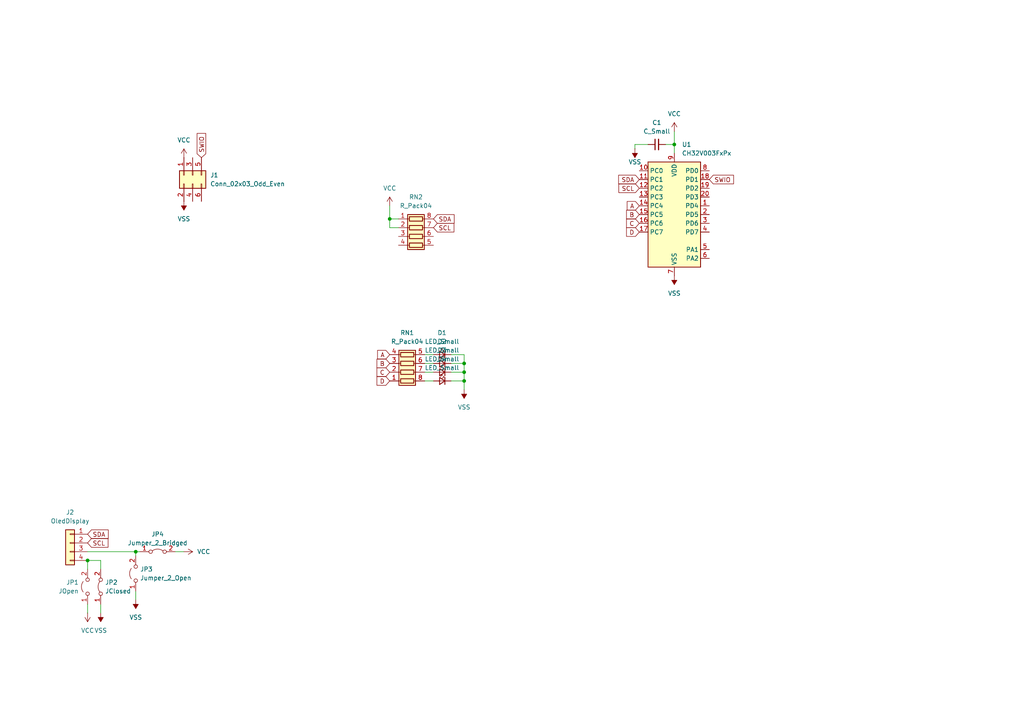
<source format=kicad_sch>
(kicad_sch (version 20231120) (generator "eeschema") (generator_version "8.0")
  (paper "A4")
  (lib_symbols
    (symbol "Connector_Generic:Conn_01x04" (pin_names (offset 1.016) hide)
      (property "Reference" "J" (at 0 5.08 0))
      (property "Value" "Conn_01x04" (at 0 -7.62 0))
      (symbol "Conn_01x04_1_1"
        (rectangle (start -1.27 -4.953) (end 0 -5.207) (stroke (width 0.1524)))
        (rectangle (start -1.27 -2.413) (end 0 -2.667) (stroke (width 0.1524)))
        (rectangle (start -1.27 0.127) (end 0 -0.127) (stroke (width 0.1524)))
        (rectangle (start -1.27 2.667) (end 0 2.413) (stroke (width 0.1524)))
        (rectangle (start -1.27 3.81) (end 1.27 -6.35) (stroke (width 0.254)) (fill (type background)))
        (pin passive line (at -5.08 2.54 0) (length 3.81) (name "Pin_1") (number "1"))
        (pin passive line (at -5.08 0 0) (length 3.81) (name "Pin_2") (number "2"))
        (pin passive line (at -5.08 -2.54 0) (length 3.81) (name "Pin_3") (number "3"))
        (pin passive line (at -5.08 -5.08 0) (length 3.81) (name "Pin_4") (number "4"))
      )
    )
    (symbol "Connector_Generic:Conn_02x03_Odd_Even" (pin_names (offset 1.016) hide)
      (property "Reference" "J" (at 1.27 5.08 0))
      (property "Value" "Conn_02x03_Odd_Even" (at 1.27 -5.08 0))
      (symbol "Conn_02x03_Odd_Even_1_1"
        (rectangle (start -1.27 -2.413) (end 0 -2.667) (stroke (width 0.1524)))
        (rectangle (start -1.27 0.127) (end 0 -0.127) (stroke (width 0.1524)))
        (rectangle (start -1.27 2.667) (end 0 2.413) (stroke (width 0.1524)))
        (rectangle (start -1.27 3.81) (end 3.81 -3.81) (stroke (width 0.254)) (fill (type background)))
        (rectangle (start 3.81 -2.413) (end 2.54 -2.667) (stroke (width 0.1524)))
        (rectangle (start 3.81 0.127) (end 2.54 -0.127) (stroke (width 0.1524)))
        (rectangle (start 3.81 2.667) (end 2.54 2.413) (stroke (width 0.1524)))
        (pin passive line (at -5.08 2.54 0) (length 3.81) (name "Pin_1") (number "1"))
        (pin passive line (at 7.62 2.54 180) (length 3.81) (name "Pin_2") (number "2"))
        (pin passive line (at -5.08 0 0) (length 3.81) (name "Pin_3") (number "3"))
        (pin passive line (at 7.62 0 180) (length 3.81) (name "Pin_4") (number "4"))
        (pin passive line (at -5.08 -2.54 0) (length 3.81) (name "Pin_5") (number "5"))
        (pin passive line (at 7.62 -2.54 180) (length 3.81) (name "Pin_6") (number "6"))
      )
    )
    (symbol "Device:C_Small" (pin_numbers hide) (pin_names (offset 0.254) hide)
      (property "Reference" "C" (at 0.254 1.778 0))
      (property "Value" "C_Small" (at 0.254 -2.032 0))
      (symbol "C_Small_0_1"
        (polyline (pts (xy -1.524 -0.508) (xy 1.524 -0.508)) (stroke (width 0.3302)))
        (polyline (pts (xy -1.524 0.508) (xy 1.524 0.508)) (stroke (width 0.3048)))
      )
      (symbol "C_Small_1_1"
        (pin passive line (at 0 2.54 270) (length 2.032) (name "~") (number "1"))
        (pin passive line (at 0 -2.54 90) (length 2.032) (name "~") (number "2"))
      )
    )
    (symbol "Device:LED_Small" (pin_numbers hide) (pin_names (offset 0.254) hide)
      (property "Reference" "D" (at -1.27 3.175 0))
      (property "Value" "LED_Small" (at -4.445 -2.54 0))
      (symbol "LED_Small_0_1"
        (polyline (pts (xy -0.762 -1.016) (xy -0.762 1.016)) (stroke (width 0.254)))
        (polyline (pts (xy 1.016 0) (xy -0.762 0)))
        (polyline (pts (xy 0.762 -1.016) (xy -0.762 0) (xy 0.762 1.016) (xy 0.762 -1.016)) (stroke (width 0.254)))
        (polyline (pts (xy 0 0.762) (xy -0.508 1.27) (xy -0.254 1.27) (xy -0.508 1.27) (xy -0.508 1.016)))
        (polyline (pts (xy 0.508 1.27) (xy 0 1.778) (xy 0.254 1.778) (xy 0 1.778) (xy 0 1.524)))
      )
      (symbol "LED_Small_1_1"
        (pin passive line (at -2.54 0 0) (length 1.778) (name "K") (number "1"))
        (pin passive line (at 2.54 0 180) (length 1.778) (name "A") (number "2"))
      )
    )
    (symbol "Device:R_Pack04" (pin_names (offset 0) hide)
      (property "Reference" "RN" (at -7.62 0 90))
      (property "Value" "R_Pack04" (at 5.08 0 90))
      (symbol "R_Pack04_0_1"
        (rectangle (start -6.35 -2.413) (end 3.81 2.413) (stroke (width 0.254)) (fill (type background)))
        (rectangle (start -5.715 1.905) (end -4.445 -1.905) (stroke (width 0.254)))
        (rectangle (start -3.175 1.905) (end -1.905 -1.905) (stroke (width 0.254)))
        (rectangle (start -0.635 1.905) (end 0.635 -1.905) (stroke (width 0.254)))
        (polyline (pts (xy -5.08 -2.54) (xy -5.08 -1.905)))
        (polyline (pts (xy -5.08 1.905) (xy -5.08 2.54)))
        (polyline (pts (xy -2.54 -2.54) (xy -2.54 -1.905)))
        (polyline (pts (xy -2.54 1.905) (xy -2.54 2.54)))
        (polyline (pts (xy 0 -2.54) (xy 0 -1.905)))
        (polyline (pts (xy 0 1.905) (xy 0 2.54)))
        (polyline (pts (xy 2.54 -2.54) (xy 2.54 -1.905)))
        (polyline (pts (xy 2.54 1.905) (xy 2.54 2.54)))
        (rectangle (start 1.905 1.905) (end 3.175 -1.905) (stroke (width 0.254)))
      )
      (symbol "R_Pack04_1_1"
        (pin passive line (at -5.08 -5.08 90) (length 2.54) (name "R1.1") (number "1"))
        (pin passive line (at -2.54 -5.08 90) (length 2.54) (name "R2.1") (number "2"))
        (pin passive line (at 0 -5.08 90) (length 2.54) (name "R3.1") (number "3"))
        (pin passive line (at 2.54 -5.08 90) (length 2.54) (name "R4.1") (number "4"))
        (pin passive line (at 2.54 5.08 270) (length 2.54) (name "R4.2") (number "5"))
        (pin passive line (at 0 5.08 270) (length 2.54) (name "R3.2") (number "6"))
        (pin passive line (at -2.54 5.08 270) (length 2.54) (name "R2.2") (number "7"))
        (pin passive line (at -5.08 5.08 270) (length 2.54) (name "R1.2") (number "8"))
      )
    )
    (symbol "Jumper:Jumper_2_Bridged" (pin_names (offset 0) hide)
      (property "Reference" "JP" (at 0 1.905 0))
      (property "Value" "Jumper_2_Bridged" (at 0 -2.54 0))
      (symbol "Jumper_2_Bridged_0_0"
        (circle (center -2.032 0) (radius 0.508))
        (circle (center 2.032 0) (radius 0.508))
      )
      (symbol "Jumper_2_Bridged_0_1"
        (arc (start 1.524 0.254) (mid 0 0.762) (end -1.524 0.254))
      )
      (symbol "Jumper_2_Bridged_1_1"
        (pin passive line (at -5.08 0 0) (length 2.54) (name "A") (number "1"))
        (pin passive line (at 5.08 0 180) (length 2.54) (name "B") (number "2"))
      )
    )
    (symbol "Jumper:Jumper_2_Open" (pin_names (offset 0) hide)
      (property "Reference" "JP" (at 0 2.794 0))
      (property "Value" "Jumper_2_Open" (at 0 -2.286 0))
      (symbol "Jumper_2_Open_0_0"
        (circle (center -2.032 0) (radius 0.508))
        (circle (center 2.032 0) (radius 0.508))
      )
      (symbol "Jumper_2_Open_0_1"
        (arc (start 1.524 1.27) (mid 0 1.778) (end -1.524 1.27))
      )
      (symbol "Jumper_2_Open_1_1"
        (pin passive line (at -5.08 0 0) (length 2.54) (name "A") (number "1"))
        (pin passive line (at 5.08 0 180) (length 2.54) (name "B") (number "2"))
      )
    )
    (symbol "MCU_WCH_CH32V0:CH32V003FxPx"
      (property "Reference" "U" (at -7.62 17.78 0))
      (property "Value" "CH32V003FxPx" (at 7.62 17.78 0))
      (symbol "CH32V003FxPx_1_1"
        (rectangle (start -7.62 15.24) (end 7.62 -15.24) (stroke (width 0.254)) (fill (type background)))
        (pin bidirectional line (at 10.16 2.54 180) (length 2.54) (name "PD4") (number "1"))
        (pin bidirectional line (at -10.16 12.7 0) (length 2.54) (name "PC0") (number "10"))
        (pin bidirectional line (at -10.16 10.16 0) (length 2.54) (name "PC1") (number "11"))
        (pin bidirectional line (at -10.16 7.62 0) (length 2.54) (name "PC2") (number "12"))
        (pin bidirectional line (at -10.16 5.08 0) (length 2.54) (name "PC3") (number "13"))
        (pin bidirectional line (at -10.16 2.54 0) (length 2.54) (name "PC4") (number "14"))
        (pin bidirectional line (at -10.16 0 0) (length 2.54) (name "PC5") (number "15"))
        (pin bidirectional line (at -10.16 -2.54 0) (length 2.54) (name "PC6") (number "16"))
        (pin bidirectional line (at -10.16 -5.08 0) (length 2.54) (name "PC7") (number "17"))
        (pin bidirectional line (at 10.16 10.16 180) (length 2.54) (name "PD1") (number "18"))
        (pin bidirectional line (at 10.16 7.62 180) (length 2.54) (name "PD2") (number "19"))
        (pin bidirectional line (at 10.16 0 180) (length 2.54) (name "PD5") (number "2"))
        (pin bidirectional line (at 10.16 5.08 180) (length 2.54) (name "PD3") (number "20"))
        (pin bidirectional line (at 10.16 -2.54 180) (length 2.54) (name "PD6") (number "3"))
        (pin bidirectional line (at 10.16 -5.08 180) (length 2.54) (name "PD7") (number "4"))
        (pin bidirectional line (at 10.16 -10.16 180) (length 2.54) (name "PA1") (number "5"))
        (pin bidirectional line (at 10.16 -12.7 180) (length 2.54) (name "PA2") (number "6"))
        (pin power_in line (at 0 -17.78 90) (length 2.54) (name "VSS") (number "7"))
        (pin bidirectional line (at 10.16 12.7 180) (length 2.54) (name "PD0") (number "8"))
        (pin power_in line (at 0 17.78 270) (length 2.54) (name "VDD") (number "9"))
      )
    )
    (symbol "power:VCC" (power) (pin_numbers hide) (pin_names (offset 0) hide)
      (property "Value" "VCC" (at 0 3.556 0))
      (symbol "VCC_0_1"
        (polyline (pts (xy -0.762 1.27) (xy 0 2.54)))
        (polyline (pts (xy 0 0) (xy 0 2.54)))
        (polyline (pts (xy 0 2.54) (xy 0.762 1.27)))
      )
      (symbol "VCC_1_1"
        (pin power_in line (at 0 0 90) (length 0) (name "~") (number "1"))
      )
    )
    (symbol "power:VSS" (power) (pin_numbers hide) (pin_names (offset 0) hide)
      (property "Value" "VSS" (at 0 3.556 0))
      (symbol "VSS_0_1"
        (polyline (pts (xy 0 0) (xy 0 2.54)))
        (polyline (pts (xy 0.762 1.27) (xy -0.762 1.27) (xy 0 2.54) (xy 0.762 1.27)) (fill (type outline)))
      )
      (symbol "VSS_1_1"
        (pin power_in line (at 0 0 90) (length 0) (name "~") (number "1"))
      )
    )
  )
  (junction (at 134.62 105.41))
  (junction (at 195.58 41.91))
  (junction (at 25.4 162.56))
  (junction (at 134.62 107.95))
  (junction (at 39.37 160.02))
  (junction (at 113.03 63.5))
  (junction (at 134.62 110.49))
  (wire (pts (xy 130.81 110.49) (xy 134.62 110.49)))
  (wire (pts (xy 29.21 175.26) (xy 29.21 177.8)))
  (wire (pts (xy 184.15 43.18) (xy 184.15 41.91)))
  (wire (pts (xy 115.57 66.04) (xy 113.03 66.04)))
  (wire (pts (xy 134.62 110.49) (xy 134.62 107.95)))
  (wire (pts (xy 113.03 59.69) (xy 113.03 63.5)))
  (wire (pts (xy 184.15 41.91) (xy 187.96 41.91)))
  (wire (pts (xy 195.58 41.91) (xy 195.58 44.45)))
  (wire (pts (xy 25.4 175.26) (xy 25.4 177.8)))
  (wire (pts (xy 39.37 160.02) (xy 39.37 161.29)))
  (wire (pts (xy 25.4 162.56) (xy 25.4 165.1)))
  (wire (pts (xy 50.8 160.02) (xy 53.34 160.02)))
  (wire (pts (xy 39.37 171.45) (xy 39.37 173.99)))
  (wire (pts (xy 29.21 162.56) (xy 25.4 162.56)))
  (wire (pts (xy 130.81 107.95) (xy 134.62 107.95)))
  (wire (pts (xy 29.21 165.1) (xy 29.21 162.56)))
  (wire (pts (xy 123.19 107.95) (xy 125.73 107.95)))
  (wire (pts (xy 134.62 107.95) (xy 134.62 105.41)))
  (wire (pts (xy 195.58 38.1) (xy 195.58 41.91)))
  (wire (pts (xy 123.19 102.87) (xy 125.73 102.87)))
  (wire (pts (xy 123.19 110.49) (xy 125.73 110.49)))
  (wire (pts (xy 25.4 160.02) (xy 39.37 160.02)))
  (wire (pts (xy 113.03 63.5) (xy 113.03 66.04)))
  (wire (pts (xy 130.81 105.41) (xy 134.62 105.41)))
  (wire (pts (xy 113.03 63.5) (xy 115.57 63.5)))
  (wire (pts (xy 39.37 160.02) (xy 40.64 160.02)))
  (wire (pts (xy 193.04 41.91) (xy 195.58 41.91)))
  (wire (pts (xy 123.19 105.41) (xy 125.73 105.41)))
  (wire (pts (xy 134.62 105.41) (xy 134.62 102.87)))
  (wire (pts (xy 134.62 102.87) (xy 130.81 102.87)))
  (wire (pts (xy 134.62 113.03) (xy 134.62 110.49)))
  (global_label "SWIO" (shape input) (at 205.74 52.07 0) (property "Intersheetrefs" "${INTERSHEET_REFS}" (effects (hide yes))))
  (global_label "SDA" (shape input) (at 125.73 63.5 0) (property "Intersheetrefs" "${INTERSHEET_REFS}" (effects (hide yes))))
  (global_label "SCL" (shape input) (at 125.73 66.04 0) (property "Intersheetrefs" "${INTERSHEET_REFS}" (effects (hide yes))))
  (global_label "SDA" (shape input) (at 25.4 154.94 0) (property "Intersheetrefs" "${INTERSHEET_REFS}" (effects (hide yes))))
  (global_label "D" (shape input) (at 185.42 67.31 180) (property "Intersheetrefs" "${INTERSHEET_REFS}" (effects (hide yes))))
  (global_label "SCL" (shape input) (at 25.4 157.48 0) (property "Intersheetrefs" "${INTERSHEET_REFS}" (effects (hide yes))))
  (global_label "D" (shape input) (at 113.03 110.49 180) (property "Intersheetrefs" "${INTERSHEET_REFS}" (effects (hide yes))))
  (global_label "C" (shape input) (at 113.03 107.95 180) (property "Intersheetrefs" "${INTERSHEET_REFS}" (effects (hide yes))))
  (global_label "SCL" (shape input) (at 185.42 54.61 180) (property "Intersheetrefs" "${INTERSHEET_REFS}" (effects (hide yes))))
  (global_label "SDA" (shape input) (at 185.42 52.07 180) (property "Intersheetrefs" "${INTERSHEET_REFS}" (effects (hide yes))))
  (global_label "SWIO" (shape input) (at 58.42 45.72 90) (property "Intersheetrefs" "${INTERSHEET_REFS}" (effects (hide yes))))
  (global_label "B" (shape input) (at 185.42 62.23 180) (property "Intersheetrefs" "${INTERSHEET_REFS}" (effects (hide yes))))
  (global_label "A" (shape input) (at 113.03 102.87 180) (property "Intersheetrefs" "${INTERSHEET_REFS}" (effects (hide yes))))
  (global_label "A" (shape input) (at 185.42 59.69 180) (property "Intersheetrefs" "${INTERSHEET_REFS}" (effects (hide yes))))
  (global_label "C" (shape input) (at 185.42 64.77 180) (property "Intersheetrefs" "${INTERSHEET_REFS}" (effects (hide yes))))
  (global_label "B" (shape input) (at 113.03 105.41 180) (property "Intersheetrefs" "${INTERSHEET_REFS}" (effects (hide yes))))
  (symbol (lib_id "power:VSS") (at 195.58 80.01 180) (unit 1)
    (property "Reference" "#PWR03" (effects (hide yes)))
    (property "Value" "VSS" (at 195.58 85.09 0))
    (property "Description" "Power symbol creates a global label with name \"VSS\"" (effects (hide yes)))
  )
  (symbol (lib_id "power:VCC") (at 113.03 59.69 0) (unit 1)
    (property "Reference" "#PWR011" (effects (hide yes)))
    (property "Value" "VCC" (at 113.03 54.61 0))
    (property "Description" "Power symbol creates a global label with name \"VCC\"" (effects (hide yes)))
  )
  (symbol (lib_id "power:VSS") (at 39.37 173.99 180) (unit 1)
    (property "Reference" "#PWR09" (effects (hide yes)))
    (property "Value" "VSS" (at 39.37 179.07 0))
  )
  (symbol (lib_id "power:VCC") (at 195.58 38.1 0) (unit 1)
    (property "Reference" "#PWR05" (effects (hide yes)))
    (property "Value" "VCC" (at 195.58 33.02 0))
    (property "Description" "Power symbol creates a global label with name \"VCC\"" (effects (hide yes)))
  )
  (symbol (lib_id "Jumper:Jumper_2_Open") (at 25.4 170.18 90) (unit 1)
    (property "Reference" "JP1" (at 22.86 168.91 90) (effects (justify left)))
    (property "Value" "JOpen" (at 22.86 171.45 90) (effects (justify left)))
    (property "Footprint" "Jumper:SolderJumper-2_P1.3mm_Open_TrianglePad1.0x1.5mm" (effects (hide yes)))
  )
  (symbol (lib_id "Jumper:Jumper_2_Bridged") (at 29.21 170.18 90) (unit 1)
    (property "Reference" "JP2" (at 30.48 168.91 90) (effects (justify right)))
    (property "Value" "JClosed" (at 30.48 171.45 90) (effects (justify right)))
    (property "Footprint" "Jumper:SolderJumper-2_P1.3mm_Bridged_Pad1.0x1.5mm" (effects (hide yes)))
  )
  (symbol (lib_id "Connector_Generic:Conn_02x03_Odd_Even") (at 55.88 50.8 90) (mirror x) (unit 1)
    (property "Reference" "J1" (at 60.96 50.7999 90) (effects (justify right)))
    (property "Value" "Conn_02x03_Odd_Even" (at 60.96 53.3399 90) (effects (justify right)))
    (property "Footprint" "Connector_PinHeader_2.54mm:PinHeader_2x03_P2.54mm_Vertical_SMD" (effects (hide yes)))
    (property "Description" "Generic connector, double row, 02x03, odd/even pin numbering scheme (row 1 odd numbers, row 2 even numbers), script generated (kicad-library-utils/schlib/autogen/connector/)" (effects (hide yes)))
  )
  (symbol (lib_id "Device:R_Pack04") (at 120.65 68.58 270) (unit 1)
    (property "Reference" "RN2" (at 120.65 57.15 90))
    (property "Value" "R_Pack04" (at 120.65 59.69 90))
    (property "Footprint" "Resistor_SMD:R_Array_Convex_4x0603" (effects (hide yes)))
    (property "Description" "4 resistor network, parallel topology" (effects (hide yes)))
  )
  (symbol (lib_id "Jumper:Jumper_2_Bridged") (at 45.72 160.02 0) (unit 1)
    (property "Reference" "JP4" (at 45.72 154.94 0))
    (property "Value" "Jumper_2_Bridged" (at 45.72 157.48 0))
    (property "Footprint" "Jumper:SolderJumper-2_P1.3mm_Bridged_Pad1.0x1.5mm" (effects (hide yes)))
  )
  (symbol (lib_id "Device:LED_Small") (at 128.27 110.49 0) (mirror y) (unit 1)
    (property "Reference" "D4" (at 128.2065 104.14 0))
    (property "Value" "LED_Small" (at 128.2065 106.68 0))
    (property "Footprint" "UE_LED:156120VS75000-ReverseCircle" (effects (hide yes)))
    (property "Description" "Light emitting diode, small symbol" (effects (hide yes)))
  )
  (symbol (lib_id "Connector_Generic:Conn_01x04") (at 20.32 157.48 0) (mirror y) (unit 1)
    (property "Reference" "J2" (at 20.32 148.59 0))
    (property "Value" "OledDisplay" (at 20.32 151.13 0))
    (property "Footprint" "Connector_PinHeader_2.54mm:PinHeader_1x04_P2.54mm_Vertical" (effects (hide yes)))
  )
  (symbol (lib_id "MCU_WCH_CH32V0:CH32V003FxPx") (at 195.58 62.23 0) (unit 1)
    (property "Reference" "U1" (at 197.7741 41.91 0) (effects (justify left)))
    (property "Value" "CH32V003FxPx" (at 197.7741 44.45 0) (effects (justify left)))
    (property "Footprint" "Package_SO:TSSOP-20_4.4x6.5mm_P0.65mm" (effects (hide yes)))
    (property "Datasheet" "https://www.wch-ic.com/products/CH32V003.html" (effects (hide yes)))
    (property "Description" "CH32V003 series are industrial-grade general-purpose microcontrollers designed based on 32-bit RISC-V instruction set and architecture. It adopts QingKe V2A core, RV32EC instruction set, and supports 2 levels of interrupt nesting. The series are mounted with rich peripheral interfaces and function modules. Its internal organizational structure meets the low-cost and low-power embedded application scenarios." (effects (hide yes)))
  )
  (symbol (lib_id "Device:LED_Small") (at 128.27 107.95 0) (mirror y) (unit 1)
    (property "Reference" "D3" (at 128.2065 101.6 0))
    (property "Value" "LED_Small" (at 128.2065 104.14 0))
    (property "Footprint" "UE_LED:156120VS75000-ReverseCircle" (effects (hide yes)))
    (property "Description" "Light emitting diode, small symbol" (effects (hide yes)))
  )
  (symbol (lib_id "Device:R_Pack04") (at 118.11 105.41 270) (mirror x) (unit 1)
    (property "Reference" "RN1" (at 118.11 96.52 90))
    (property "Value" "R_Pack04" (at 118.11 99.06 90))
    (property "Footprint" "Resistor_SMD:R_Array_Convex_4x0603" (effects (hide yes)))
    (property "Description" "4 resistor network, parallel topology" (effects (hide yes)))
  )
  (symbol (lib_id "Device:C_Small") (at 190.5 41.91 90) (unit 1)
    (property "Reference" "C1" (at 190.5063 35.56 90))
    (property "Value" "C_Small" (at 190.5063 38.1 90))
    (property "Footprint" "Capacitor_SMD:C_0805_2012Metric" (effects (hide yes)))
    (property "Description" "Unpolarized capacitor, small symbol" (effects (hide yes)))
  )
  (symbol (lib_id "power:VCC") (at 53.34 160.02 270) (unit 1)
    (property "Reference" "#PWR010" (effects (hide yes)))
    (property "Value" "VCC" (at 57.15 160.02 90) (effects (justify left)))
  )
  (symbol (lib_id "power:VSS") (at 29.21 177.8 180) (unit 1)
    (property "Reference" "#PWR08" (effects (hide yes)))
    (property "Value" "VSS" (at 29.21 182.88 0))
  )
  (symbol (lib_id "power:VCC") (at 25.4 177.8 180) (unit 1)
    (property "Reference" "#PWR07" (effects (hide yes)))
    (property "Value" "VCC" (at 25.4 182.88 0))
  )
  (symbol (lib_id "power:VSS") (at 184.15 43.18 180) (unit 1)
    (property "Reference" "#PWR04" (effects (hide yes)))
    (property "Value" "VSS" (at 184.15 46.99 0))
    (property "Description" "Power symbol creates a global label with name \"VSS\"" (effects (hide yes)))
  )
  (symbol (lib_id "Jumper:Jumper_2_Open") (at 39.37 166.37 90) (unit 1)
    (property "Reference" "JP3" (at 40.64 165.1 90) (effects (justify right)))
    (property "Value" "Jumper_2_Open" (at 40.64 167.64 90) (effects (justify right)))
    (property "Footprint" "Jumper:SolderJumper-2_P1.3mm_Open_TrianglePad1.0x1.5mm" (effects (hide yes)))
  )
  (symbol (lib_id "power:VSS") (at 53.34 58.42 180) (unit 1)
    (property "Reference" "#PWR02" (effects (hide yes)))
    (property "Value" "VSS" (at 53.34 63.5 0))
    (property "Description" "Power symbol creates a global label with name \"VSS\"" (effects (hide yes)))
  )
  (symbol (lib_id "Device:LED_Small") (at 128.27 105.41 0) (mirror y) (unit 1)
    (property "Reference" "D2" (at 128.2065 99.06 0))
    (property "Value" "LED_Small" (at 128.2065 101.6 0))
    (property "Footprint" "UE_LED:156120VS75000-ReverseCircle" (effects (hide yes)))
    (property "Description" "Light emitting diode, small symbol" (effects (hide yes)))
  )
  (symbol (lib_id "power:VSS") (at 134.62 113.03 180) (unit 1)
    (property "Reference" "#PWR06" (effects (hide yes)))
    (property "Value" "VSS" (at 134.62 118.11 0))
    (property "Description" "Power symbol creates a global label with name \"VSS\"" (effects (hide yes)))
  )
  (symbol (lib_id "Device:LED_Small") (at 128.27 102.87 0) (mirror y) (unit 1)
    (property "Reference" "D1" (at 128.2065 96.52 0))
    (property "Value" "LED_Small" (at 128.2065 99.06 0))
    (property "Footprint" "UE_LED:156120VS75000-ReverseCircle" (effects (hide yes)))
    (property "Description" "Light emitting diode, small symbol" (effects (hide yes)))
  )
  (symbol (lib_id "power:VCC") (at 53.34 45.72 0) (unit 1)
    (property "Reference" "#PWR01" (effects (hide yes)))
    (property "Value" "VCC" (at 53.34 40.64 0))
    (property "Description" "Power symbol creates a global label with name \"VCC\"" (effects (hide yes)))
  )
)
</source>
